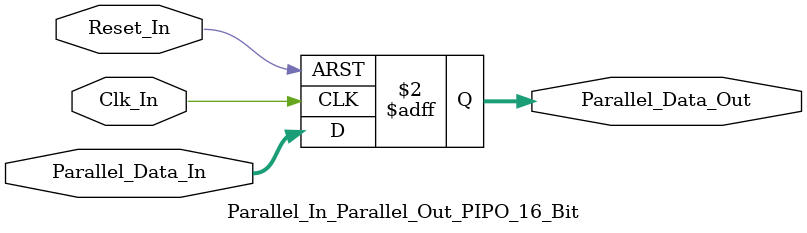
<source format=v>
/* 
Verilog Code to implement a ParParallel-In-Parallel-Out - PIPO - 16-Bit Shift Register.



Author - Prasad Narayan Ghatol
*/



module Parallel_In_Parallel_Out_PIPO_16_Bit(
    input             Clk_In,
    input             Reset_In,

    input      [15:0] Parallel_Data_In,
    output reg [15:0] Parallel_Data_Out
);



// --------------------------------------------------
// Parallel-In-Parallel-Out - PIPO - 16-Bit Shift Register Logic
// --------------------------------------------------
always @ (negedge Clk_In or posedge Reset_In)
    begin
        if (Reset_In)
            begin
                Parallel_Data_Out <= 16'b0;
            end
        else
            begin
                Parallel_Data_Out[0]  <= Parallel_Data_In[0];
                Parallel_Data_Out[1]  <= Parallel_Data_In[1];
                Parallel_Data_Out[2]  <= Parallel_Data_In[2];
                Parallel_Data_Out[3]  <= Parallel_Data_In[3];
                Parallel_Data_Out[4]  <= Parallel_Data_In[4];
                Parallel_Data_Out[5]  <= Parallel_Data_In[5];
                Parallel_Data_Out[6]  <= Parallel_Data_In[6];
                Parallel_Data_Out[7]  <= Parallel_Data_In[7];
                Parallel_Data_Out[8]  <= Parallel_Data_In[8];
                Parallel_Data_Out[9]  <= Parallel_Data_In[9];
                Parallel_Data_Out[10] <= Parallel_Data_In[10];
                Parallel_Data_Out[11] <= Parallel_Data_In[11];
                Parallel_Data_Out[12] <= Parallel_Data_In[12];
                Parallel_Data_Out[13] <= Parallel_Data_In[13];
                Parallel_Data_Out[14] <= Parallel_Data_In[14];
                Parallel_Data_Out[15] <= Parallel_Data_In[15];
            end
    end



endmodule
</source>
